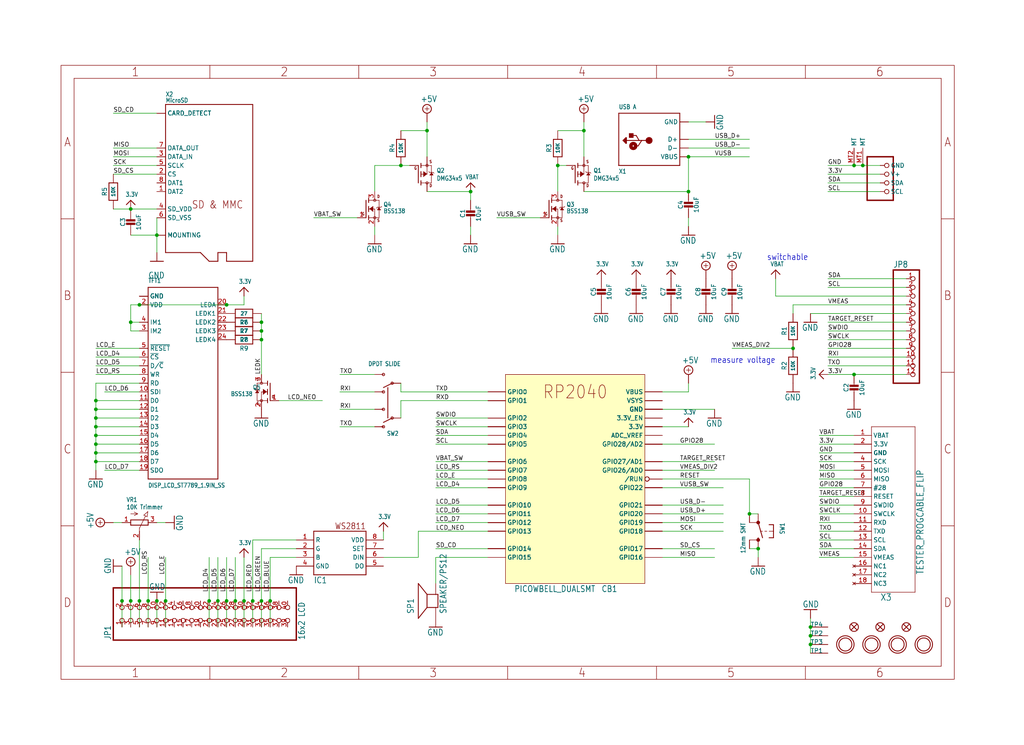
<source format=kicad_sch>
(kicad_sch (version 20231120) (generator "eeschema") (generator_version "8.0")
  (paper "User" 298.45 217.322)
  (junction (at 248.92 48.26))
  (junction (at 60.96 175.26))
  (junction (at 66.04 88.9))
  (junction (at 76.2 175.26))
  (junction (at 76.2 99.06))
  (junction (at 40.64 175.26))
  (junction (at 45.72 68.58))
  (junction (at 27.94 121.92))
  (junction (at 43.18 175.26))
  (junction (at 218.44 149.86))
  (junction (at 68.58 175.26))
  (junction (at 38.1 60.96))
  (junction (at 236.22 182.88))
  (junction (at 27.94 124.46))
  (junction (at 200.66 55.88))
  (junction (at 45.72 175.26))
  (junction (at 27.94 129.54))
  (junction (at 170.18 38.1))
  (junction (at 124.46 38.1))
  (junction (at 231.14 101.6))
  (junction (at 27.94 119.38))
  (junction (at 78.74 175.26))
  (junction (at 236.22 185.42))
  (junction (at 38.1 93.98))
  (junction (at 137.16 55.88))
  (junction (at 236.22 187.96))
  (junction (at 27.94 127))
  (junction (at 71.12 175.26))
  (junction (at 66.04 175.26))
  (junction (at 162.56 48.26))
  (junction (at 27.94 116.84))
  (junction (at 48.26 175.26))
  (junction (at 27.94 132.08))
  (junction (at 76.2 96.52))
  (junction (at 63.5 175.26))
  (junction (at 73.66 175.26))
  (junction (at 251.46 48.26))
  (junction (at 38.1 175.26))
  (junction (at 76.2 93.98))
  (junction (at 220.98 160.02))
  (junction (at 27.94 134.62))
  (junction (at 35.56 175.26))
  (junction (at 248.92 109.22))
  (junction (at 116.84 48.26))
  (junction (at 200.66 45.72))
  (junction (at 40.64 88.9))
  (wire (pts (xy 238.76 162.56) (xy 248.92 162.56)) (stroke (width 0.1524)))
  (wire (pts (xy 43.18 162.56) (xy 43.18 175.26)) (stroke (width 0.1524)))
  (wire (pts (xy 99.06 109.22) (xy 109.22 109.22)) (stroke (width 0.1524)))
  (wire (pts (xy 264.16 86.36) (xy 226.06 86.36)) (stroke (width 0.1524)))
  (wire (pts (xy 66.04 162.56) (xy 66.04 175.26)) (stroke (width 0.1524)))
  (wire (pts (xy 127 124.46) (xy 142.24 124.46)) (stroke (width 0.1524)))
  (wire (pts (xy 193.04 149.86) (xy 210.82 149.86)) (stroke (width 0.1524)))
  (wire (pts (xy 142.24 114.3) (xy 116.84 114.3)) (stroke (width 0.1524)))
  (wire (pts (xy 116.84 114.3) (xy 116.84 111.76)) (stroke (width 0.1524)))
  (wire (pts (xy 200.66 40.64) (xy 218.44 40.64)) (stroke (width 0.1524)))
  (wire (pts (xy 121.92 162.56) (xy 111.76 162.56)) (stroke (width 0.1524)))
  (wire (pts (xy 99.06 119.38) (xy 109.22 119.38)) (stroke (width 0.1524)))
  (wire (pts (xy 193.04 147.32) (xy 210.82 147.32)) (stroke (width 0.1524)))
  (wire (pts (xy 40.64 93.98) (xy 38.1 93.98)) (stroke (width 0.1524)))
  (wire (pts (xy 45.72 60.96) (xy 38.1 60.96)) (stroke (width 0.1524)))
  (wire (pts (xy 40.64 175.26) (xy 40.64 157.48)) (stroke (width 0.1524)))
  (wire (pts (xy 66.04 175.26) (xy 66.04 182.88)) (stroke (width 0.1524)))
  (wire (pts (xy 248.92 160.02) (xy 238.76 160.02)) (stroke (width 0.1524)))
  (wire (pts (xy 76.2 175.26) (xy 76.2 182.88)) (stroke (width 0.1524)))
  (wire (pts (xy 60.96 162.56) (xy 60.96 175.26)) (stroke (width 0.1524)))
  (wire (pts (xy 60.96 175.26) (xy 60.96 182.88)) (stroke (width 0.1524)))
  (wire (pts (xy 264.16 101.6) (xy 241.3 101.6)) (stroke (width 0.1524)))
  (wire (pts (xy 40.64 127) (xy 27.94 127)) (stroke (width 0.1524)))
  (wire (pts (xy 116.84 116.84) (xy 116.84 121.92)) (stroke (width 0.1524)))
  (wire (pts (xy 142.24 162.56) (xy 127 162.56)) (stroke (width 0.1524)))
  (wire (pts (xy 142.24 152.4) (xy 127 152.4)) (stroke (width 0.1524)))
  (wire (pts (xy 193.04 114.3) (xy 200.66 114.3)) (stroke (width 0.1524)))
  (wire (pts (xy 231.14 101.6) (xy 213.36 101.6)) (stroke (width 0.1524)))
  (wire (pts (xy 142.24 147.32) (xy 127 147.32)) (stroke (width 0.1524)))
  (wire (pts (xy 241.3 55.88) (xy 256.54 55.88)) (stroke (width 0.1524)))
  (wire (pts (xy 236.22 91.44) (xy 264.16 91.44)) (stroke (width 0.1524)))
  (wire (pts (xy 170.18 55.88) (xy 200.66 55.88)) (stroke (width 0.1524)))
  (wire (pts (xy 27.94 129.54) (xy 40.64 129.54)) (stroke (width 0.1524)))
  (wire (pts (xy 27.94 134.62) (xy 27.94 137.16)) (stroke (width 0.1524)))
  (wire (pts (xy 40.64 114.3) (xy 30.48 114.3)) (stroke (width 0.1524)))
  (wire (pts (xy 200.66 35.56) (xy 205.74 35.56)) (stroke (width 0.1524)))
  (wire (pts (xy 38.1 182.88) (xy 38.1 175.26)) (stroke (width 0.1524)))
  (wire (pts (xy 40.64 134.62) (xy 27.94 134.62)) (stroke (width 0.1524)))
  (wire (pts (xy 248.92 157.48) (xy 238.76 157.48)) (stroke (width 0.1524)))
  (wire (pts (xy 248.92 48.26) (xy 241.3 48.26)) (stroke (width 0.1524)))
  (wire (pts (xy 127 129.54) (xy 142.24 129.54)) (stroke (width 0.1524)))
  (wire (pts (xy 193.04 160.02) (xy 208.28 160.02)) (stroke (width 0.1524)))
  (wire (pts (xy 248.92 127) (xy 238.76 127)) (stroke (width 0.1524)))
  (wire (pts (xy 220.98 160.02) (xy 220.98 162.56)) (stroke (width 0.1524)))
  (wire (pts (xy 193.04 154.94) (xy 210.82 154.94)) (stroke (width 0.1524)))
  (wire (pts (xy 86.36 160.02) (xy 76.2 160.02)) (stroke (width 0.1524)))
  (wire (pts (xy 63.5 182.88) (xy 63.5 175.26)) (stroke (width 0.1524)))
  (wire (pts (xy 226.06 86.36) (xy 226.06 81.28)) (stroke (width 0.1524)))
  (wire (pts (xy 38.1 96.52) (xy 38.1 93.98)) (stroke (width 0.1524)))
  (wire (pts (xy 116.84 48.26) (xy 119.38 48.26)) (stroke (width 0.1524)))
  (wire (pts (xy 241.3 109.22) (xy 248.92 109.22)) (stroke (width 0.1524)))
  (wire (pts (xy 236.22 190.5) (xy 236.22 187.96)) (stroke (width 0.1524)))
  (wire (pts (xy 71.12 182.88) (xy 71.12 175.26)) (stroke (width 0.1524)))
  (wire (pts (xy 40.64 106.68) (xy 27.94 106.68)) (stroke (width 0.1524)))
  (wire (pts (xy 142.24 142.24) (xy 127 142.24)) (stroke (width 0.1524)))
  (wire (pts (xy 142.24 121.92) (xy 127 121.92)) (stroke (width 0.1524)))
  (wire (pts (xy 121.92 154.94) (xy 121.92 162.56)) (stroke (width 0.1524)))
  (wire (pts (xy 45.72 68.58) (xy 38.1 68.58)) (stroke (width 0.1524)))
  (wire (pts (xy 124.46 38.1) (xy 124.46 45.72)) (stroke (width 0.1524)))
  (wire (pts (xy 104.14 63.5) (xy 91.44 63.5)) (stroke (width 0.1524)))
  (wire (pts (xy 193.04 129.54) (xy 208.28 129.54)) (stroke (width 0.1524)))
  (wire (pts (xy 218.44 139.7) (xy 218.44 149.86)) (stroke (width 0.1524)))
  (wire (pts (xy 27.94 104.14) (xy 40.64 104.14)) (stroke (width 0.1524)))
  (wire (pts (xy 200.66 66.04) (xy 200.66 63.5)) (stroke (width 0.1524)))
  (wire (pts (xy 210.82 152.4) (xy 193.04 152.4)) (stroke (width 0.1524)))
  (wire (pts (xy 38.1 88.9) (xy 40.64 88.9)) (stroke (width 0.1524)))
  (wire (pts (xy 170.18 35.56) (xy 170.18 38.1)) (stroke (width 0.1524)))
  (wire (pts (xy 40.64 88.9) (xy 66.04 88.9)) (stroke (width 0.1524)))
  (wire (pts (xy 73.66 175.26) (xy 73.66 182.88)) (stroke (width 0.1524)))
  (wire (pts (xy 116.84 116.84) (xy 142.24 116.84)) (stroke (width 0.1524)))
  (wire (pts (xy 68.58 182.88) (xy 68.58 175.26)) (stroke (width 0.1524)))
  (wire (pts (xy 27.94 124.46) (xy 40.64 124.46)) (stroke (width 0.1524)))
  (wire (pts (xy 81.28 116.84) (xy 93.98 116.84)) (stroke (width 0.1524)))
  (wire (pts (xy 35.56 175.26) (xy 35.56 182.88)) (stroke (width 0.1524)))
  (wire (pts (xy 236.22 182.88) (xy 236.22 185.42)) (stroke (width 0.1524)))
  (wire (pts (xy 264.16 88.9) (xy 231.14 88.9)) (stroke (width 0.1524)))
  (wire (pts (xy 142.24 139.7) (xy 127 139.7)) (stroke (width 0.1524)))
  (wire (pts (xy 241.3 96.52) (xy 264.16 96.52)) (stroke (width 0.1524)))
  (wire (pts (xy 200.66 124.46) (xy 193.04 124.46)) (stroke (width 0.1524)))
  (wire (pts (xy 27.94 119.38) (xy 40.64 119.38)) (stroke (width 0.1524)))
  (wire (pts (xy 27.94 127) (xy 27.94 124.46)) (stroke (width 0.1524)))
  (wire (pts (xy 241.3 99.06) (xy 264.16 99.06)) (stroke (width 0.1524)))
  (wire (pts (xy 193.04 142.24) (xy 210.82 142.24)) (stroke (width 0.1524)))
  (wire (pts (xy 238.76 154.94) (xy 248.92 154.94)) (stroke (width 0.1524)))
  (wire (pts (xy 71.12 86.36) (xy 71.12 88.9)) (stroke (width 0.1524)))
  (wire (pts (xy 200.66 45.72) (xy 218.44 45.72)) (stroke (width 0.1524)))
  (wire (pts (xy 27.94 124.46) (xy 27.94 121.92)) (stroke (width 0.1524)))
  (wire (pts (xy 162.56 68.58) (xy 162.56 66.04)) (stroke (width 0.1524)))
  (wire (pts (xy 200.66 43.18) (xy 218.44 43.18)) (stroke (width 0.1524)))
  (wire (pts (xy 27.94 132.08) (xy 27.94 134.62)) (stroke (width 0.1524)))
  (wire (pts (xy 111.76 154.94) (xy 111.76 157.48)) (stroke (width 0.1524)))
  (wire (pts (xy 76.2 91.44) (xy 76.2 93.98)) (stroke (width 0.1524)))
  (wire (pts (xy 45.72 175.26) (xy 45.72 182.88)) (stroke (width 0.1524)))
  (wire (pts (xy 45.72 68.58) (xy 45.72 73.66)) (stroke (width 0.1524)))
  (wire (pts (xy 241.3 104.14) (xy 264.16 104.14)) (stroke (width 0.1524)))
  (wire (pts (xy 40.64 132.08) (xy 27.94 132.08)) (stroke (width 0.1524)))
  (wire (pts (xy 264.16 93.98) (xy 241.3 93.98)) (stroke (width 0.1524)))
  (wire (pts (xy 38.1 88.9) (xy 38.1 93.98)) (stroke (width 0.1524)))
  (wire (pts (xy 142.24 160.02) (xy 127 160.02)) (stroke (width 0.1524)))
  (wire (pts (xy 248.92 132.08) (xy 238.76 132.08)) (stroke (width 0.1524)))
  (wire (pts (xy 40.64 121.92) (xy 27.94 121.92)) (stroke (width 0.1524)))
  (wire (pts (xy 241.3 106.68) (xy 264.16 106.68)) (stroke (width 0.1524)))
  (wire (pts (xy 40.64 137.16) (xy 30.48 137.16)) (stroke (width 0.1524)))
  (wire (pts (xy 241.3 50.8) (xy 256.54 50.8)) (stroke (width 0.1524)))
  (wire (pts (xy 63.5 175.26) (xy 63.5 162.56)) (stroke (width 0.1524)))
  (wire (pts (xy 27.94 129.54) (xy 27.94 127)) (stroke (width 0.1524)))
  (wire (pts (xy 109.22 68.58) (xy 109.22 66.04)) (stroke (width 0.1524)))
  (wire (pts (xy 142.24 134.62) (xy 127 134.62)) (stroke (width 0.1524)))
  (wire (pts (xy 45.72 152.4) (xy 48.26 152.4)) (stroke (width 0.1524)))
  (wire (pts (xy 127 137.16) (xy 142.24 137.16)) (stroke (width 0.1524)))
  (wire (pts (xy 238.76 139.7) (xy 248.92 139.7)) (stroke (width 0.1524)))
  (wire (pts (xy 43.18 182.88) (xy 43.18 175.26)) (stroke (width 0.1524)))
  (wire (pts (xy 124.46 35.56) (xy 124.46 38.1)) (stroke (width 0.1524)))
  (wire (pts (xy 236.22 180.34) (xy 236.22 182.88)) (stroke (width 0.1524)))
  (wire (pts (xy 27.94 111.76) (xy 40.64 111.76)) (stroke (width 0.1524)))
  (wire (pts (xy 238.76 134.62) (xy 248.92 134.62)) (stroke (width 0.1524)))
  (wire (pts (xy 40.64 116.84) (xy 27.94 116.84)) (stroke (width 0.1524)))
  (wire (pts (xy 27.94 132.08) (xy 27.94 129.54)) (stroke (width 0.1524)))
  (wire (pts (xy 238.76 149.86) (xy 248.92 149.86)) (stroke (width 0.1524)))
  (wire (pts (xy 162.56 55.88) (xy 162.56 48.26)) (stroke (width 0.1524)))
  (wire (pts (xy 157.48 63.5) (xy 144.78 63.5)) (stroke (width 0.1524)))
  (wire (pts (xy 248.92 142.24) (xy 238.76 142.24)) (stroke (width 0.1524)))
  (wire (pts (xy 48.26 175.26) (xy 48.26 162.56)) (stroke (width 0.1524)))
  (wire (pts (xy 236.22 185.42) (xy 236.22 187.96)) (stroke (width 0.1524)))
  (wire (pts (xy 208.28 119.38) (xy 193.04 119.38)) (stroke (width 0.1524)))
  (wire (pts (xy 248.92 152.4) (xy 238.76 152.4)) (stroke (width 0.1524)))
  (wire (pts (xy 109.22 124.46) (xy 99.06 124.46)) (stroke (width 0.1524)))
  (wire (pts (xy 76.2 93.98) (xy 76.2 96.52)) (stroke (width 0.1524)))
  (wire (pts (xy 127 162.56) (xy 127 170.18)) (stroke (width 0.1524)))
  (wire (pts (xy 137.16 68.58) (xy 137.16 66.04)) (stroke (width 0.1524)))
  (wire (pts (xy 71.12 88.9) (xy 66.04 88.9)) (stroke (width 0.1524)))
  (wire (pts (xy 45.72 33.02) (xy 33.02 33.02)) (stroke (width 0.1524)))
  (wire (pts (xy 248.92 109.22) (xy 264.16 109.22)) (stroke (width 0.1524)))
  (wire (pts (xy 48.26 182.88) (xy 48.26 175.26)) (stroke (width 0.1524)))
  (wire (pts (xy 45.72 43.18) (xy 33.02 43.18)) (stroke (width 0.1524)))
  (wire (pts (xy 109.22 55.88) (xy 109.22 48.26)) (stroke (width 0.1524)))
  (wire (pts (xy 193.04 137.16) (xy 208.28 137.16)) (stroke (width 0.1524)))
  (wire (pts (xy 27.94 116.84) (xy 27.94 111.76)) (stroke (width 0.1524)))
  (wire (pts (xy 124.46 38.1) (xy 116.84 38.1)) (stroke (width 0.1524)))
  (wire (pts (xy 40.64 175.26) (xy 40.64 182.88)) (stroke (width 0.1524)))
  (wire (pts (xy 162.56 48.26) (xy 165.1 48.26)) (stroke (width 0.1524)))
  (wire (pts (xy 35.56 165.1) (xy 35.56 175.26)) (stroke (width 0.1524)))
  (wire (pts (xy 193.04 134.62) (xy 208.28 134.62)) (stroke (width 0.1524)))
  (wire (pts (xy 38.1 60.96) (xy 33.02 60.96)) (stroke (width 0.1524)))
  (wire (pts (xy 40.64 96.52) (xy 38.1 96.52)) (stroke (width 0.1524)))
  (wire (pts (xy 193.04 139.7) (xy 218.44 139.7)) (stroke (width 0.1524)))
  (wire (pts (xy 142.24 127) (xy 127 127)) (stroke (width 0.1524)))
  (wire (pts (xy 220.98 160.02) (xy 218.44 160.02)) (stroke (width 0.1524)))
  (wire (pts (xy 33.02 45.72) (xy 45.72 45.72)) (stroke (width 0.1524)))
  (wire (pts (xy 137.16 58.42) (xy 137.16 55.88)) (stroke (width 0.1524)))
  (wire (pts (xy 200.66 114.3) (xy 200.66 111.76)) (stroke (width 0.1524)))
  (wire (pts (xy 200.66 55.88) (xy 200.66 45.72)) (stroke (width 0.1524)))
  (wire (pts (xy 231.14 91.44) (xy 231.14 88.9)) (stroke (width 0.1524)))
  (wire (pts (xy 45.72 63.5) (xy 45.72 68.58)) (stroke (width 0.1524)))
  (wire (pts (xy 35.56 152.4) (xy 33.02 152.4)) (stroke (width 0.1524)))
  (wire (pts (xy 109.22 114.3) (xy 99.06 114.3)) (stroke (width 0.1524)))
  (wire (pts (xy 248.92 147.32) (xy 238.76 147.32)) (stroke (width 0.1524)))
  (wire (pts (xy 76.2 96.52) (xy 76.2 99.06)) (stroke (width 0.1524)))
  (wire (pts (xy 27.94 121.92) (xy 27.94 119.38)) (stroke (width 0.1524)))
  (wire (pts (xy 40.64 109.22) (xy 27.94 109.22)) (stroke (width 0.1524)))
  (wire (pts (xy 27.94 119.38) (xy 27.94 116.84)) (stroke (width 0.1524)))
  (wire (pts (xy 33.02 48.26) (xy 45.72 48.26)) (stroke (width 0.1524)))
  (wire (pts (xy 45.72 50.8) (xy 33.02 50.8)) (stroke (width 0.1524)))
  (wire (pts (xy 40.64 101.6) (xy 27.94 101.6)) (stroke (width 0.1524)))
  (wire (pts (xy 78.74 182.88) (xy 78.74 175.26)) (stroke (width 0.1524)))
  (wire (pts (xy 241.3 81.28) (xy 264.16 81.28)) (stroke (width 0.1524)))
  (wire (pts (xy 86.36 162.56) (xy 78.74 162.56)) (stroke (width 0.1524)))
  (wire (pts (xy 86.36 157.48) (xy 73.66 157.48)) (stroke (width 0.1524)))
  (wire (pts (xy 78.74 175.26) (xy 78.74 162.56)) (stroke (width 0.1524)))
  (wire (pts (xy 71.12 175.26) (xy 71.12 162.56)) (stroke (width 0.1524)))
  (wire (pts (xy 76.2 160.02) (xy 76.2 175.26)) (stroke (width 0.1524)))
  (wire (pts (xy 73.66 175.26) (xy 73.66 157.48)) (stroke (width 0.1524)))
  (wire (pts (xy 220.98 149.86) (xy 218.44 149.86)) (stroke (width 0.1524)))
  (wire (pts (xy 109.22 48.26) (xy 116.84 48.26)) (stroke (width 0.1524)))
  (wire (pts (xy 238.76 144.78) (xy 248.92 144.78)) (stroke (width 0.1524)))
  (wire (pts (xy 170.18 38.1) (xy 162.56 38.1)) (stroke (width 0.1524)))
  (wire (pts (xy 248.92 137.16) (xy 238.76 137.16)) (stroke (width 0.1524)))
  (wire (pts (xy 170.18 38.1) (xy 170.18 45.72)) (stroke (width 0.1524)))
  (wire (pts (xy 251.46 48.26) (xy 248.92 48.26)) (stroke (width 0.1524)))
  (wire (pts (xy 238.76 129.54) (xy 248.92 129.54)) (stroke (width 0.1524)))
  (wire (pts (xy 121.92 154.94) (xy 142.24 154.94)) (stroke (width 0.1524)))
  (wire (pts (xy 256.54 53.34) (xy 241.3 53.34)) (stroke (width 0.1524)))
  (wire (pts (xy 193.04 162.56) (xy 208.28 162.56)) (stroke (width 0.1524)))
  (wire (pts (xy 38.1 167.64) (xy 38.1 175.26)) (stroke (width 0.1524)))
  (wire (pts (xy 241.3 83.82) (xy 264.16 83.82)) (stroke (width 0.1524)))
  (wire (pts (xy 68.58 175.26) (xy 68.58 162.56)) (stroke (width 0.1524)))
  (wire (pts (xy 137.16 55.88) (xy 124.46 55.88)) (stroke (width 0.1524)))
  (wire (pts (xy 256.54 48.26) (xy 251.46 48.26)) (stroke (width 0.1524)))
  (wire (pts (xy 127 149.86) (xy 142.24 149.86)) (stroke (width 0.1524)))
  (wire (pts (xy 76.2 99.06) (xy 76.2 109.22)) (stroke (width 0.1524)))
  (text "measure voltage" (at 226.06 104.14 0) (effects (font (size 1.778 1.5113)) (justify right top)))
  (text "switchable" (at 223.52 76.2 0) (effects (font (size 1.778 1.5113)) (justify left bottom)))
  (label "LCD_D6" (at 127 149.86 0) (effects (font (size 1.2446 1.2446))))
  (label "VUSB" (at 208.28 45.72 0) (effects (font (size 1.2446 1.2446))))
  (label "LCD_RS" (at 27.94 109.22 0) (effects (font (size 1.2446 1.2446))))
  (label "SWDIO" (at 127 121.92 0) (effects (font (size 1.2446 1.2446))))
  (label "TARGET_RESET" (at 238.76 144.78 0) (effects (font (size 1.2446 1.2446))))
  (label "RXD" (at 127 116.84 0) (effects (font (size 1.2446 1.2446))))
  (label "TARGET_RESET" (at 198.12 134.62 0) (effects (font (size 1.2446 1.2446))))
  (label "RXI" (at 238.76 152.4 0) (effects (font (size 1.2446 1.2446))))
  (label "GPIO28" (at 198.12 129.54 0) (effects (font (size 1.2446 1.2446))))
  (label "LCD_RS" (at 43.18 167.64 90) (effects (font (size 1.2446 1.2446))))
  (label "SD_CD" (at 33.02 33.02 0) (effects (font (size 1.2446 1.2446))))
  (label "VMEAS_DIV2" (at 198.12 137.16 0) (effects (font (size 1.2446 1.2446))))
  (label "VUSB_SW" (at 144.78 63.5 0) (effects (font (size 1.2446 1.2446))))
  (label "LCD_D4" (at 27.94 104.14 0) (effects (font (size 1.2446 1.2446))))
  (label "SD_CD" (at 127 160.02 0) (effects (font (size 1.2446 1.2446))))
  (label "LCD_D6" (at 30.48 114.3 0) (effects (font (size 1.2446 1.2446))))
  (label "3.3V" (at 241.3 109.22 0) (effects (font (size 1.2446 1.2446))))
  (label "GPIO28" (at 241.3 101.6 0) (effects (font (size 1.2446 1.2446))))
  (label "VBAT_SW" (at 127 134.62 0) (effects (font (size 1.2446 1.2446))))
  (label "LCD_D4" (at 127 142.24 0) (effects (font (size 1.2446 1.2446))))
  (label "USB_D-" (at 208.28 43.18 0) (effects (font (size 1.2446 1.2446))))
  (label "LCD_D7" (at 68.58 172.72 90) (effects (font (size 1.2446 1.2446))))
  (label "TXO" (at 99.06 109.22 0) (effects (font (size 1.2446 1.2446))))
  (label "GPIO28" (at 238.76 142.24 0) (effects (font (size 1.2446 1.2446))))
  (label "LCD_RS" (at 127 137.16 0) (effects (font (size 1.2446 1.2446))))
  (label "SCL" (at 238.76 157.48 0) (effects (font (size 1.2446 1.2446))))
  (label "LCD_E" (at 127 139.7 0) (effects (font (size 1.2446 1.2446))))
  (label "LCD_D5" (at 27.94 106.68 0) (effects (font (size 1.2446 1.2446))))
  (label "USB_D-" (at 198.12 147.32 0) (effects (font (size 1.2446 1.2446))))
  (label "SCL" (at 127 129.54 0) (effects (font (size 1.2446 1.2446))))
  (label "SD_CS" (at 198.12 160.02 0) (effects (font (size 1.2446 1.2446))))
  (label "SWDIO" (at 238.76 147.32 0) (effects (font (size 1.2446 1.2446))))
  (label "LCD_D5" (at 127 147.32 0) (effects (font (size 1.2446 1.2446))))
  (label "LEDK" (at 76.2 109.22 90) (effects (font (size 1.2446 1.2446))))
  (label "SCK" (at 238.76 134.62 0) (effects (font (size 1.2446 1.2446))))
  (label "MOSI" (at 33.02 45.72 0) (effects (font (size 1.2446 1.2446))))
  (label "USB_D+" (at 198.12 149.86 0) (effects (font (size 1.2446 1.2446))))
  (label "RXI" (at 99.06 114.3 0) (effects (font (size 1.2446 1.2446))))
  (label "MOSI" (at 198.12 152.4 0) (effects (font (size 1.2446 1.2446))))
  (label "SCK" (at 198.12 154.94 0) (effects (font (size 1.2446 1.2446))))
  (label "LCD_NEO" (at 83.82 116.84 0) (effects (font (size 1.2446 1.2446))))
  (label "LCD_D4" (at 60.96 172.72 90) (effects (font (size 1.2446 1.2446))))
  (label "LCD_D7" (at 127 152.4 0) (effects (font (size 1.2446 1.2446))))
  (label "TXO" (at 99.06 124.46 0) (effects (font (size 1.2446 1.2446))))
  (label "MISO" (at 198.12 162.56 0) (effects (font (size 1.2446 1.2446))))
  (label "SCK" (at 33.02 48.26 0) (effects (font (size 1.2446 1.2446))))
  (label "VMEAS_DIV2" (at 213.36 101.6 0) (effects (font (size 1.2446 1.2446))))
  (label "SWCLK" (at 127 124.46 0) (effects (font (size 1.2446 1.2446))))
  (label "GND" (at 238.76 132.08 0) (effects (font (size 1.2446 1.2446))))
  (label "SCL" (at 241.3 55.88 0) (effects (font (size 1.2446 1.2446))))
  (label "LCD_BLUE" (at 78.74 172.72 90) (effects (font (size 1.2446 1.2446))))
  (label "SWCLK" (at 241.3 99.06 0) (effects (font (size 1.2446 1.2446))))
  (label "MOSI" (at 238.76 137.16 0) (effects (font (size 1.2446 1.2446))))
  (label "RXI" (at 99.06 119.38 0) (effects (font (size 1.2446 1.2446))))
  (label "SDA" (at 241.3 81.28 0) (effects (font (size 1.2446 1.2446))))
  (label "LCD_D5" (at 63.5 172.72 90) (effects (font (size 1.2446 1.2446))))
  (label "SDA" (at 127 127 0) (effects (font (size 1.2446 1.2446))))
  (label "LCD_GREEN" (at 76.2 172.72 90) (effects (font (size 1.2446 1.2446))))
  (label "SCL" (at 241.3 83.82 0) (effects (font (size 1.2446 1.2446))))
  (label "VMEAS" (at 238.76 162.56 0) (effects (font (size 1.2446 1.2446))))
  (label "SWCLK" (at 238.76 149.86 0) (effects (font (size 1.2446 1.2446))))
  (label "LCD_D6" (at 66.04 172.72 90) (effects (font (size 1.2446 1.2446))))
  (label "VUSB_SW" (at 198.12 142.24 0) (effects (font (size 1.2446 1.2446))))
  (label "SWDIO" (at 241.3 96.52 0) (effects (font (size 1.2446 1.2446))))
  (label "LCD_RED" (at 73.66 172.72 90) (effects (font (size 1.2446 1.2446))))
  (label "VBAT_SW" (at 91.44 63.5 0) (effects (font (size 1.2446 1.2446))))
  (label "VMEAS" (at 241.3 88.9 0) (effects (font (size 1.2446 1.2446))))
  (label "LCD_E" (at 27.94 101.6 0) (effects (font (size 1.2446 1.2446))))
  (label "3.3V" (at 238.76 129.54 0) (effects (font (size 1.2446 1.2446))))
  (label "VBAT" (at 238.76 127 0) (effects (font (size 1.2446 1.2446))))
  (label "TARGET_RESET" (at 241.3 93.98 0) (effects (font (size 1.2446 1.2446))))
  (label "3.3V" (at 241.3 50.8 0) (effects (font (size 1.2446 1.2446))))
  (label "MISO" (at 238.76 139.7 0) (effects (font (size 1.2446 1.2446))))
  (label "LCD_NEO" (at 127 154.94 0) (effects (font (size 1.2446 1.2446))))
  (label "RXI" (at 241.3 104.14 0) (effects (font (size 1.2446 1.2446))))
  (label "SDA" (at 241.3 53.34 0) (effects (font (size 1.2446 1.2446))))
  (label "SD_CS" (at 33.02 50.8 0) (effects (font (size 1.2446 1.2446))))
  (label "TXO" (at 241.3 106.68 0) (effects (font (size 1.2446 1.2446))))
  (label "TXD" (at 127 114.3 0) (effects (font (size 1.2446 1.2446))))
  (label "RESET" (at 198.12 139.7 0) (effects (font (size 1.2446 1.2446))))
  (label "TXO" (at 238.76 154.94 0) (effects (font (size 1.2446 1.2446))))
  (label "LCD_E" (at 48.26 167.64 90) (effects (font (size 1.2446 1.2446))))
  (label "USB_D+" (at 208.28 40.64 0) (effects (font (size 1.2446 1.2446))))
  (label "MISO" (at 33.02 43.18 0) (effects (font (size 1.2446 1.2446))))
  (label "LCD_D7" (at 30.48 137.16 0) (effects (font (size 1.2446 1.2446))))
  (label "GND" (at 241.3 48.26 0) (effects (font (size 1.2446 1.2446))))
  (label "SDA" (at 238.76 160.02 0) (effects (font (size 1.2446 1.2446))))
  (symbol (lib_id "Adafruit RP2040 Tester Brains rev A-eagle-import:GND") (at 220.98 165.1 0) (unit 1)
    (property "Reference" "#GND04" (effects (hide yes)))
    (property "Value" "GND" (at 218.44 167.64 0) (effects (font (size 1.778 1.5113)) (justify left bottom)))
  )
  (symbol (lib_id "Adafruit RP2040 Tester Brains rev A-eagle-import:+5V") (at 170.18 33.02 0) (unit 1)
    (property "Reference" "#SUPPLY06" (effects (hide yes)))
    (property "Value" "+5V" (at 168.275 29.845 0) (effects (font (size 1.778 1.5113)) (justify left bottom)))
  )
  (symbol (lib_id "Adafruit RP2040 Tester Brains rev A-eagle-import:USB_TYPEA_SMT") (at 190.5 40.64 0) (mirror x) (unit 1)
    (property "Reference" "X1" (at 180.34 49.276 0) (effects (font (size 1.27 1.0795)) (justify left bottom)))
    (property "Value" "USB A" (at 180.34 30.48 0) (effects (font (size 1.27 1.0795)) (justify left bottom)))
    (property "Footprint" "Adafruit RP2040 Tester Brains rev A:USB_HOST-SMT" (effects (hide yes)))
  )
  (symbol (lib_id "Adafruit RP2040 Tester Brains rev A-eagle-import:MOSFET-NWIDE") (at 78.74 114.3 0) (mirror y) (unit 1)
    (property "Reference" "Q5" (at 73.66 113.665 0) (effects (font (size 1.27 1.0795)) (justify right bottom)))
    (property "Value" "BSS138" (at 73.66 115.57 0) (effects (font (size 1.27 1.0795)) (justify left bottom)))
    (property "Footprint" "Adafruit RP2040 Tester Brains rev A:SOT23-WIDE" (effects (hide yes)))
  )
  (symbol (lib_id "Adafruit RP2040 Tester Brains rev A-eagle-import:GND") (at 248.92 119.38 0) (unit 1)
    (property "Reference" "#GND014" (effects (hide yes)))
    (property "Value" "GND" (at 246.38 121.92 0) (effects (font (size 1.778 1.5113)) (justify left bottom)))
  )
  (symbol (lib_id "Adafruit RP2040 Tester Brains rev A-eagle-import:GND") (at 50.8 152.4 90) (unit 1)
    (property "Reference" "#GND06" (effects (hide yes)))
    (property "Value" "GND" (at 53.34 154.94 0) (effects (font (size 1.778 1.5113)) (justify left bottom)))
  )
  (symbol (lib_id "Adafruit RP2040 Tester Brains rev A-eagle-import:CAP_CERAMIC0805-NOOUTLINE") (at 175.26 86.36 0) (unit 1)
    (property "Reference" "C5" (at 172.97 85.11 90))
    (property "Value" "10uF" (at 177.56 85.11 90))
    (property "Footprint" "Adafruit RP2040 Tester Brains rev A:0805-NO" (effects (hide yes)))
  )
  (symbol (lib_id "Adafruit RP2040 Tester Brains rev A-eagle-import:GND") (at 213.36 91.44 0) (unit 1)
    (property "Reference" "#GND023" (effects (hide yes)))
    (property "Value" "GND" (at 210.82 93.98 0) (effects (font (size 1.778 1.5113)) (justify left bottom)))
  )
  (symbol (lib_id "Adafruit RP2040 Tester Brains rev A-eagle-import:GND") (at 236.22 93.98 0) (unit 1)
    (property "Reference" "#GND013" (effects (hide yes)))
    (property "Value" "GND" (at 233.68 96.52 0) (effects (font (size 1.778 1.5113)) (justify left bottom)))
  )
  (symbol (lib_id "Adafruit RP2040 Tester Brains rev A-eagle-import:3.3V") (at 111.76 152.4 0) (unit 1)
    (property "Reference" "#U$011" (effects (hide yes)))
    (property "Value" "3.3V" (at 110.236 151.384 0) (effects (font (size 1.27 1.0795)) (justify left bottom)))
  )
  (symbol (lib_id "Adafruit RP2040 Tester Brains rev A-eagle-import:MOSFET-NWIDE") (at 160.02 60.96 0) (unit 1)
    (property "Reference" "Q3" (at 165.1 60.325 0) (effects (font (size 1.27 1.0795)) (justify left bottom)))
    (property "Value" "BSS138" (at 165.1 62.23 0) (effects (font (size 1.27 1.0795)) (justify left bottom)))
    (property "Footprint" "Adafruit RP2040 Tester Brains rev A:SOT23-WIDE" (effects (hide yes)))
  )
  (symbol (lib_id "Adafruit RP2040 Tester Brains rev A-eagle-import:SWITCH_DPDTEG1390") (at 111.76 116.84 180) (unit 1)
    (property "Reference" "SW2" (at 116.205 125.73 0) (effects (font (size 1.27 1.0795)) (justify left bottom)))
    (property "Value" "DPDT SLIDE" (at 116.84 105.41 0) (effects (font (size 1.27 1.0795)) (justify left bottom)))
    (property "Footprint" "Adafruit RP2040 Tester Brains rev A:EG1390" (effects (hide yes)))
    (property "LCSC" "C318999" (effects (hide yes)))
  )
  (symbol (lib_id "Adafruit RP2040 Tester Brains rev A-eagle-import:MOSFET-PWIDE") (at 124.46 50.8 0) (unit 1)
    (property "Reference" "Q2" (at 127.254 50.419 0) (effects (font (size 1.27 1.0795)) (justify left bottom)))
    (property "Value" "DMG34x5" (at 127.254 52.705 0) (effects (font (size 1.27 1.0795)) (justify left bottom)))
    (property "Footprint" "Adafruit RP2040 Tester Brains rev A:SOT23-WIDE" (effects (hide yes)))
  )
  (symbol (lib_id "Adafruit RP2040 Tester Brains rev A-eagle-import:+5V") (at 200.66 109.22 0) (unit 1)
    (property "Reference" "#SUPPLY03" (effects (hide yes)))
    (property "Value" "+5V" (at 198.755 106.045 0) (effects (font (size 1.778 1.5113)) (justify left bottom)))
  )
  (symbol (lib_id "Adafruit RP2040 Tester Brains rev A-eagle-import:RESISTOR_0603_NOOUT") (at 71.12 91.44 180) (unit 1)
    (property "Reference" "R6" (at 71.12 93.98 0))
    (property "Value" "27" (at 71.12 91.44 0) (effects (font (size 1.016 1.016) (bold yes))))
    (property "Footprint" "Adafruit RP2040 Tester Brains rev A:0603-NO" (effects (hide yes)))
    (property "LCSC" "C25190" (effects (hide yes)))
  )
  (symbol (lib_id "Adafruit RP2040 Tester Brains rev A-eagle-import:GND") (at 231.14 114.3 0) (unit 1)
    (property "Reference" "#GND09" (effects (hide yes)))
    (property "Value" "GND" (at 228.6 116.84 0) (effects (font (size 1.778 1.5113)) (justify left bottom)))
  )
  (symbol (lib_id "Adafruit RP2040 Tester Brains rev A-eagle-import:MOSFET-PWIDE") (at 170.18 50.8 0) (unit 1)
    (property "Reference" "Q1" (at 172.974 50.419 0) (effects (font (size 1.27 1.0795)) (justify left bottom)))
    (property "Value" "DMG34x5" (at 172.974 52.705 0) (effects (font (size 1.27 1.0795)) (justify left bottom)))
    (property "Footprint" "Adafruit RP2040 Tester Brains rev A:SOT23-WIDE" (effects (hide yes)))
  )
  (symbol (lib_id "Adafruit RP2040 Tester Brains rev A-eagle-import:WS2811-SOP8") (at 99.06 162.56 0) (unit 1)
    (property "Reference" "IC1" (at 91.44 170.18 0) (effects (font (size 1.778 1.5113)) (justify left bottom)))
    (property "Value" "WS2811-SOP8" (effects (hide yes)))
    (property "Footprint" "Adafruit RP2040 Tester Brains rev A:SO08-SKINNYPADS" (effects (hide yes)))
  )
  (symbol (lib_id "Adafruit RP2040 Tester Brains rev A-eagle-import:3.3V") (at 175.26 78.74 0) (unit 1)
    (property "Reference" "#U$014" (effects (hide yes)))
    (property "Value" "3.3V" (at 173.736 77.724 0) (effects (font (size 1.27 1.0795)) (justify left bottom)))
  )
  (symbol (lib_id "Adafruit RP2040 Tester Brains rev A-eagle-import:SPEAKER/PS12") (at 127 175.26 90) (unit 1)
    (property "Reference" "SP1" (at 120.65 179.07 0) (effects (font (size 1.778 1.5113)) (justify left bottom)))
    (property "Value" "SPEAKER/PS12" (at 130.175 179.07 0) (effects (font (size 1.778 1.5113)) (justify left bottom)))
    (property "Footprint" "Adafruit RP2040 Tester Brains rev A:PS12" (effects (hide yes)))
  )
  (symbol (lib_id "Adafruit RP2040 Tester Brains rev A-eagle-import:PICOWBELL_DUALSMT") (at 167.64 139.7 0) (unit 1)
    (property "Reference" "CB1" (at 175.26 172.72 0) (effects (font (size 1.778 1.5113)) (justify left bottom)))
    (property "Value" "PICOWBELL_DUALSMT" (at 149.86 172.72 0) (effects (font (size 1.778 1.5113)) (justify left bottom)))
    (property "Footprint" "Adafruit RP2040 Tester Brains rev A:PICOWBELL_DUALSMT" (effects (hide yes)))
  )
  (symbol (lib_id "Adafruit RP2040 Tester Brains rev A-eagle-import:MOUNTINGHOLE3.0THIN") (at 269.24 187.96 0) (unit 1)
    (property "Reference" "U$7" (effects (hide yes)))
    (property "Value" "MOUNTINGHOLE3.0THIN" (effects (hide yes)))
    (property "Footprint" "Adafruit RP2040 Tester Brains rev A:MOUNTINGHOLE_3.0_PLATEDTHIN" (effects (hide yes)))
  )
  (symbol (lib_id "Adafruit RP2040 Tester Brains rev A-eagle-import:CAP_CERAMIC0805-NOOUTLINE") (at 137.16 63.5 0) (unit 1)
    (property "Reference" "C1" (at 134.87 62.25 90))
    (property "Value" "10uF" (at 139.46 62.25 90))
    (property "Footprint" "Adafruit RP2040 Tester Brains rev A:0805-NO" (effects (hide yes)))
  )
  (symbol (lib_id "Adafruit RP2040 Tester Brains rev A-eagle-import:3.3V") (at 195.58 78.74 0) (unit 1)
    (property "Reference" "#U$016" (effects (hide yes)))
    (property "Value" "3.3V" (at 194.056 77.724 0) (effects (font (size 1.27 1.0795)) (justify left bottom)))
  )
  (symbol (lib_id "Adafruit RP2040 Tester Brains rev A-eagle-import:+5V") (at 30.48 152.4 90) (unit 1)
    (property "Reference" "#SUPPLY04" (effects (hide yes)))
    (property "Value" "+5V" (at 27.305 154.305 0) (effects (font (size 1.778 1.5113)) (justify left bottom)))
  )
  (symbol (lib_id "Adafruit RP2040 Tester Brains rev A-eagle-import:MOUNTINGHOLE3.0THIN") (at 254 187.96 0) (unit 1)
    (property "Reference" "U$9" (effects (hide yes)))
    (property "Value" "MOUNTINGHOLE3.0THIN" (effects (hide yes)))
    (property "Footprint" "Adafruit RP2040 Tester Brains rev A:MOUNTINGHOLE_3.0_PLATEDTHIN" (effects (hide yes)))
  )
  (symbol (lib_id "Adafruit RP2040 Tester Brains rev A-eagle-import:GND") (at 236.22 177.8 180) (unit 1)
    (property "Reference" "#GND024" (effects (hide yes)))
    (property "Value" "GND" (at 238.76 175.26 0) (effects (font (size 1.778 1.5113)) (justify left bottom)))
  )
  (symbol (lib_id "Adafruit RP2040 Tester Brains rev A-eagle-import:GND") (at 127 182.88 0) (unit 1)
    (property "Reference" "#GND016" (effects (hide yes)))
    (property "Value" "GND" (at 124.46 185.42 0) (effects (font (size 1.778 1.5113)) (justify left bottom)))
  )
  (symbol (lib_id "Adafruit RP2040 Tester Brains rev A-eagle-import:+5V") (at 38.1 165.1 0) (unit 1)
    (property "Reference" "#SUPPLY02" (effects (hide yes)))
    (property "Value" "+5V" (at 36.195 161.925 0) (effects (font (size 1.778 1.5113)) (justify left bottom)))
  )
  (symbol (lib_id "Adafruit RP2040 Tester Brains rev A-eagle-import:CAP_CERAMIC0805-NOOUTLINE") (at 205.74 86.36 0) (unit 1)
    (property "Reference" "C8" (at 203.45 85.11 90))
    (property "Value" "10uF" (at 208.04 85.11 90))
    (property "Footprint" "Adafruit RP2040 Tester Brains rev A:0805-NO" (effects (hide yes)))
  )
  (symbol (lib_id "Adafruit RP2040 Tester Brains rev A-eagle-import:CAP_CERAMIC0805-NOOUTLINE") (at 38.1 66.04 0) (unit 1)
    (property "Reference" "C3" (at 35.81 64.79 90))
    (property "Value" "10uF" (at 40.4 64.79 90))
    (property "Footprint" "Adafruit RP2040 Tester Brains rev A:0805-NO" (effects (hide yes)))
  )
  (symbol (lib_id "Adafruit RP2040 Tester Brains rev A-eagle-import:GND") (at 27.94 139.7 0) (unit 1)
    (property "Reference" "#GND017" (effects (hide yes)))
    (property "Value" "GND" (at 25.4 142.24 0) (effects (font (size 1.778 1.5113)) (justify left bottom)))
  )
  (symbol (lib_id "Adafruit RP2040 Tester Brains rev A-eagle-import:GND") (at 185.42 91.44 0) (unit 1)
    (property "Reference" "#GND020" (effects (hide yes)))
    (property "Value" "GND" (at 182.88 93.98 0) (effects (font (size 1.778 1.5113)) (justify left bottom)))
  )
  (symbol (lib_id "Adafruit RP2040 Tester Brains rev A-eagle-import:RESISTOR_0603_NOOUT") (at 33.02 55.88 90) (unit 1)
    (property "Reference" "R5" (at 30.48 55.88 0))
    (property "Value" "10K" (at 33.02 55.88 0) (effects (font (size 1.016 1.016) (bold yes))))
    (property "Footprint" "Adafruit RP2040 Tester Brains rev A:0603-NO" (effects (hide yes)))
  )
  (symbol (lib_id "Adafruit RP2040 Tester Brains rev A-eagle-import:STEMMA_I2C_QT") (at 256.54 53.34 0) (unit 1)
    (property "Reference" "CONN1" (effects (hide yes)))
    (property "Value" "STEMMA_I2C_QT" (effects (hide yes)))
    (property "Footprint" "Adafruit RP2040 Tester Brains rev A:JST_SH4" (effects (hide yes)))
  )
  (symbol (lib_id "Adafruit RP2040 Tester Brains rev A-eagle-import:3.3V") (at 185.42 78.74 0) (unit 1)
    (property "Reference" "#U$015" (effects (hide yes)))
    (property "Value" "3.3V" (at 183.896 77.724 0) (effects (font (size 1.27 1.0795)) (justify left bottom)))
  )
  (symbol (lib_id "Adafruit RP2040 Tester Brains rev A-eagle-import:+5V") (at 205.74 78.74 0) (unit 1)
    (property "Reference" "#SUPPLY01" (effects (hide yes)))
    (property "Value" "+5V" (at 203.835 75.565 0) (effects (font (size 1.778 1.5113)) (justify left bottom)))
  )
  (symbol (lib_id "Adafruit RP2040 Tester Brains rev A-eagle-import:RESISTOR_0603_NOOUT") (at 71.12 99.06 180) (unit 1)
    (property "Reference" "R9" (at 71.12 101.6 0))
    (property "Value" "27" (at 71.12 99.06 0) (effects (font (size 1.016 1.016) (bold yes))))
    (property "Footprint" "Adafruit RP2040 Tester Brains rev A:0603-NO" (effects (hide yes)))
    (property "LCSC" "C25190" (effects (hide yes)))
  )
  (symbol (lib_id "Adafruit RP2040 Tester Brains rev A-eagle-import:RESISTOR_0603_NOOUT") (at 162.56 43.18 90) (unit 1)
    (property "Reference" "R3" (at 160.02 43.18 0))
    (property "Value" "10K" (at 162.56 43.18 0) (effects (font (size 1.016 1.016) (bold yes))))
    (property "Footprint" "Adafruit RP2040 Tester Brains rev A:0603-NO" (effects (hide yes)))
  )
  (symbol (lib_id "Adafruit RP2040 Tester Brains rev A-eagle-import:GND") (at 208.28 121.92 0) (unit 1)
    (property "Reference" "#GND08" (effects (hide yes)))
    (property "Value" "GND" (at 205.74 124.46 0) (effects (font (size 1.778 1.5113)) (justify left bottom)))
  )
  (symbol (lib_id "Adafruit RP2040 Tester Brains rev A-eagle-import:STEMMA_I2C_QT") (at 248.92 48.26 90) (unit 3)
    (property "Reference" "CONN1" (effects (hide yes)))
    (property "Value" "STEMMA_I2C_QT" (effects (hide yes)))
    (property "Footprint" "Adafruit RP2040 Tester Brains rev A:JST_SH4" (effects (hide yes)))
  )
  (symbol (lib_id "Adafruit RP2040 Tester Brains rev A-eagle-import:CAP_CERAMIC0805-NOOUTLINE") (at 248.92 114.3 0) (unit 1)
    (property "Reference" "C2" (at 246.63 113.05 90))
    (property "Value" "10uF" (at 251.22 113.05 90))
    (property "Footprint" "Adafruit RP2040 Tester Brains rev A:0805-NO" (effects (hide yes)))
  )
  (symbol (lib_id "Adafruit RP2040 Tester Brains rev A-eagle-import:SEWTAP_SMTNUTM3") (at 236.22 182.88 0) (unit 1)
    (property "Reference" "TP4" (at 236.22 182.88 0) (effects (justify left bottom)))
    (property "Value" "SEWTAP_SMTNUTM3" (effects (hide yes)))
    (property "Footprint" "Adafruit RP2040 Tester Brains rev A:SMT_NUT_3MM" (effects (hide yes)))
  )
  (symbol (lib_id "Adafruit RP2040 Tester Brains rev A-eagle-import:MOUNTINGHOLE3.0THIN") (at 261.62 187.96 0) (unit 1)
    (property "Reference" "U$8" (effects (hide yes)))
    (property "Value" "MOUNTINGHOLE3.0THIN" (effects (hide yes)))
    (property "Footprint" "Adafruit RP2040 Tester Brains rev A:MOUNTINGHOLE_3.0_PLATEDTHIN" (effects (hide yes)))
  )
  (symbol (lib_id "Adafruit RP2040 Tester Brains rev A-eagle-import:GND") (at 86.36 167.64 0) (unit 1)
    (property "Reference" "#GND011" (effects (hide yes)))
    (property "Value" "GND" (at 83.82 170.18 0) (effects (font (size 1.778 1.5113)) (justify left bottom)))
  )
  (symbol (lib_id "Adafruit RP2040 Tester Brains rev A-eagle-import:SEWTAP_SMTNUTM3") (at 236.22 187.96 0) (unit 1)
    (property "Reference" "TP3" (at 236.22 187.96 0) (effects (justify left bottom)))
    (property "Value" "SEWTAP_SMTNUTM3" (effects (hide yes)))
    (property "Footprint" "Adafruit RP2040 Tester Brains rev A:SMT_NUT_3MM" (effects (hide yes)))
  )
  (symbol (lib_id "Adafruit RP2040 Tester Brains rev A-eagle-import:CAP_CERAMIC0805-NOOUTLINE") (at 213.36 86.36 0) (unit 1)
    (property "Reference" "C9" (at 211.07 85.11 90))
    (property "Value" "10uF" (at 215.66 85.11 90))
    (property "Footprint" "Adafruit RP2040 Tester Brains rev A:0805-NO" (effects (hide yes)))
  )
  (symbol (lib_id "Adafruit RP2040 Tester Brains rev A-eagle-import:MOSFET-NWIDE") (at 106.68 60.96 0) (unit 1)
    (property "Reference" "Q4" (at 111.76 60.325 0) (effects (font (size 1.27 1.0795)) (justify left bottom)))
    (property "Value" "BSS138" (at 111.76 62.23 0) (effects (font (size 1.27 1.0795)) (justify left bottom)))
    (property "Footprint" "Adafruit RP2040 Tester Brains rev A:SOT23-WIDE" (effects (hide yes)))
  )
  (symbol (lib_id "Adafruit RP2040 Tester Brains rev A-eagle-import:GND") (at 109.22 71.12 0) (unit 1)
    (property "Reference" "#GND010" (effects (hide yes)))
    (property "Value" "GND" (at 106.68 73.66 0) (effects (font (size 1.778 1.5113)) (justify left bottom)))
  )
  (symbol (lib_id "Adafruit RP2040 Tester Brains rev A-eagle-import:RESISTOR_0603_NOOUT") (at 71.12 93.98 180) (unit 1)
    (property "Reference" "R7" (at 71.12 96.52 0))
    (property "Value" "27" (at 71.12 93.98 0) (effects (font (size 1.016 1.016) (bold yes))))
    (property "Footprint" "Adafruit RP2040 Tester Brains rev A:0603-NO" (effects (hide yes)))
    (property "LCSC" "C25190" (effects (hide yes)))
  )
  (symbol (lib_id "Adafruit RP2040 Tester Brains rev A-eagle-import:RESISTOR_0603_NOOUT") (at 71.12 96.52 180) (unit 1)
    (property "Reference" "R8" (at 71.12 99.06 0))
    (property "Value" "27" (at 71.12 96.52 0) (effects (font (size 1.016 1.016) (bold yes))))
    (property "Footprint" "Adafruit RP2040 Tester Brains rev A:0603-NO" (effects (hide yes)))
    (property "LCSC" "C25190" (effects (hide yes)))
  )
  (symbol (lib_id "Adafruit RP2040 Tester Brains rev A-eagle-import:CAP_CERAMIC0805-NOOUTLINE") (at 185.42 86.36 0) (unit 1)
    (property "Reference" "C6" (at 183.13 85.11 90))
    (property "Value" "10uF" (at 187.72 85.11 90))
    (property "Footprint" "Adafruit RP2040 Tester Brains rev A:0805-NO" (effects (hide yes)))
  )
  (symbol (lib_id "Adafruit RP2040 Tester Brains rev A-eagle-import:CAP_CERAMIC0805-NOOUTLINE") (at 195.58 86.36 0) (unit 1)
    (property "Reference" "C7" (at 193.29 85.11 90))
    (property "Value" "10uF" (at 197.88 85.11 90))
    (property "Footprint" "Adafruit RP2040 Tester Brains rev A:0805-NO" (effects (hide yes)))
  )
  (symbol (lib_id "Adafruit RP2040 Tester Brains rev A-eagle-import:+5V") (at 213.36 78.74 0) (unit 1)
    (property "Reference" "#SUPPLY07" (effects (hide yes)))
    (property "Value" "+5V" (at 211.455 75.565 0) (effects (font (size 1.778 1.5113)) (justify left bottom)))
  )
  (symbol (lib_id "Adafruit RP2040 Tester Brains rev A-eagle-import:3.3V") (at 38.1 58.42 0) (unit 1)
    (property "Reference" "#U$05" (effects (hide yes)))
    (property "Value" "3.3V" (at 36.576 57.404 0) (effects (font (size 1.27 1.0795)) (justify left bottom)))
  )
  (symbol (lib_id "Adafruit RP2040 Tester Brains rev A-eagle-import:SEWTAP_SMTNUTM3") (at 236.22 190.5 0) (unit 1)
    (property "Reference" "TP1" (at 236.22 190.5 0) (effects (justify left bottom)))
    (property "Value" "SEWTAP_SMTNUTM3" (effects (hide yes)))
    (property "Footprint" "Adafruit RP2040 Tester Brains rev A:SMT_NUT_3MM" (effects (hide yes)))
  )
  (symbol (lib_id "Adafruit RP2040 Tester Brains rev A-eagle-import:FIDUCIAL_1MM") (at 264.16 182.88 0) (unit 1)
    (property "Reference" "FID1" (effects (hide yes)))
    (property "Value" "FIDUCIAL_1MM" (effects (hide yes)))
    (property "Footprint" "Adafruit RP2040 Tester Brains rev A:FIDUCIAL_1MM" (effects (hide yes)))
  )
  (symbol (lib_id "Adafruit RP2040 Tester Brains rev A-eagle-import:TESTER_PROGCABLE_FLIP") (at 254 147.32 0) (unit 1)
    (property "Reference" "X3" (at 256.54 175.26 0) (effects (font (size 1.9304 1.6408)) (justify left bottom)))
    (property "Value" "TESTER_PROGCABLE_FLIP" (at 269.24 167.64 90) (effects (font (size 1.9304 1.6408)) (justify left bottom)))
    (property "Footprint" "Adafruit RP2040 Tester Brains rev A:FPC_0.5MM_18PIN" (effects (hide yes)))
  )
  (symbol (lib_id "Adafruit RP2040 Tester Brains rev A-eagle-import:SEWTAP_SMTNUTM3") (at 236.22 185.42 0) (unit 1)
    (property "Reference" "TP2" (at 236.22 185.42 0) (effects (justify left bottom)))
    (property "Value" "SEWTAP_SMTNUTM3" (effects (hide yes)))
    (property "Footprint" "Adafruit RP2040 Tester Brains rev A:SMT_NUT_3MM" (effects (hide yes)))
  )
  (symbol (lib_id "Adafruit RP2040 Tester Brains rev A-eagle-import:GND") (at 175.26 91.44 0) (unit 1)
    (property "Reference" "#GND019" (effects (hide yes)))
    (property "Value" "GND" (at 172.72 93.98 0) (effects (font (size 1.778 1.5113)) (justify left bottom)))
  )
  (symbol (lib_id "Adafruit RP2040 Tester Brains rev A-eagle-import:FIDUCIAL_1MM") (at 256.54 182.88 0) (unit 1)
    (property "Reference" "FID2" (effects (hide yes)))
    (property "Value" "FIDUCIAL_1MM" (effects (hide yes)))
    (property "Footprint" "Adafruit RP2040 Tester Brains rev A:FIDUCIAL_1MM" (effects (hide yes)))
  )
  (symbol (lib_id "Adafruit RP2040 Tester Brains rev A-eagle-import:GND") (at 137.16 71.12 0) (unit 1)
    (property "Reference" "#GND012" (effects (hide yes)))
    (property "Value" "GND" (at 134.62 73.66 0) (effects (font (size 1.778 1.5113)) (justify left bottom)))
  )
  (symbol (lib_id "Adafruit RP2040 Tester Brains rev A-eagle-import:SWITCH_TACT_SMT_12MM") (at 220.98 154.94 270) (unit 1)
    (property "Reference" "SW1" (at 227.33 152.4 0) (effects (font (size 1.27 1.0795)) (justify left bottom)))
    (property "Value" "12mm SMT" (at 215.9 152.4 0) (effects (font (size 1.27 1.0795)) (justify left bottom)))
    (property "Footprint" "Adafruit RP2040 Tester Brains rev A:B3F-40XX-SMT" (effects (hide yes)))
  )
  (symbol (lib_id "Adafruit RP2040 Tester Brains rev A-eagle-import:GND") (at 200.66 68.58 0) (unit 1)
    (property "Reference" "#GND015" (effects (hide yes)))
    (property "Value" "GND" (at 198.12 71.12 0) (effects (font (size 1.778 1.5113)) (justify left bottom)))
  )
  (symbol (lib_id "Adafruit RP2040 Tester Brains rev A-eagle-import:HEADER-1X12OVAL") (at 266.7 96.52 0) (unit 1)
    (property "Reference" "JP8" (at 260.35 78.105 0) (effects (font (size 1.778 1.5113)) (justify left bottom)))
    (property "Value" "HEADER-1X12OVAL" (effects (hide yes)))
    (property "Footprint" "Adafruit RP2040 Tester Brains rev A:1X12_OVAL" (effects (hide yes)))
  )
  (symbol (lib_id "Adafruit RP2040 Tester Brains rev A-eagle-import:CAP_CERAMIC0805-NOOUTLINE") (at 200.66 60.96 0) (unit 1)
    (property "Reference" "C4" (at 198.37 59.71 90))
    (property "Value" "10uF" (at 202.96 59.71 90))
    (property "Footprint" "Adafruit RP2040 Tester Brains rev A:0805-NO" (effects (hide yes)))
  )
  (symbol (lib_id "Adafruit RP2040 Tester Brains rev A-eagle-import:GND") (at 195.58 91.44 0) (unit 1)
    (property "Reference" "#GND021" (effects (hide yes)))
    (property "Value" "GND" (at 193.04 93.98 0) (effects (font (size 1.778 1.5113)) (justify left bottom)))
  )
  (symbol (lib_id "Adafruit RP2040 Tester Brains rev A-eagle-import:GND") (at 205.74 91.44 0) (unit 1)
    (property "Reference" "#GND022" (effects (hide yes)))
    (property "Value" "GND" (at 203.2 93.98 0) (effects (font (size 1.778 1.5113)) (justify left bottom)))
  )
  (symbol (lib_id "Adafruit RP2040 Tester Brains rev A-eagle-import:FIDUCIAL_1MM") (at 248.92 182.88 0) (unit 1)
    (property "Reference" "FID3" (effects (hide yes)))
    (property "Value" "FIDUCIAL_1MM" (effects (hide yes)))
    (property "Footprint" "Adafruit RP2040 Tester Brains rev A:FIDUCIAL_1MM" (effects (hide yes)))
  )
  (symbol (lib_id "Adafruit RP2040 Tester Brains rev A-eagle-import:VBAT") (at 226.06 78.74 0) (unit 1)
    (property "Reference" "#U$06" (effects (hide yes)))
    (property "Value" "VBAT" (at 224.536 77.724 0) (effects (font (size 1.27 1.0795)) (justify left bottom)))
  )
  (symbol (lib_id "Adafruit RP2040 Tester Brains rev A-eagle-import:GND") (at 33.02 165.1 270) (unit 1)
    (property "Reference" "#GND05" (effects (hide yes)))
    (property "Value" "GND" (at 30.48 162.56 0) (effects (font (size 1.778 1.5113)) (justify left bottom)))
  )
  (symbol (lib_id "Adafruit RP2040 Tester Brains rev A-eagle-import:GND") (at 208.28 35.56 90) (unit 1)
    (property "Reference" "#GND02" (effects (hide yes)))
    (property "Value" "GND" (at 210.82 38.1 0) (effects (font (size 1.778 1.5113)) (justify left bottom)))
  )
  (symbol (lib_id "Adafruit RP2040 Tester Brains rev A-eagle-import:STEMMA_I2C_QT") (at 251.46 48.26 90) (unit 2)
    (property "Reference" "CONN1" (effects (hide yes)))
    (property "Value" "STEMMA_I2C_QT" (effects (hide yes)))
    (property "Footprint" "Adafruit RP2040 Tester Brains rev A:JST_SH4" (effects (hide yes)))
  )
  (symbol (lib_id "Adafruit RP2040 Tester Brains rev A-eagle-import:3.3V") (at 200.66 121.92 0) (unit 1)
    (property "Reference" "#U$02" (effects (hide yes)))
    (property "Value" "3.3V" (at 199.136 120.904 0) (effects (font (size 1.27 1.0795)) (justify left bottom)))
  )
  (symbol (lib_id "Adafruit RP2040 Tester Brains rev A-eagle-import:GND") (at 45.72 172.72 180) (unit 1)
    (property "Reference" "#GND07" (effects (hide yes)))
    (property "Value" "GND" (at 48.26 170.18 0) (effects (font (size 1.778 1.5113)) (justify left bottom)))
  )
  (symbol (lib_id "Adafruit RP2040 Tester Brains rev A-eagle-import:DISP_LCD_ST7789_1.9IN_SS") (at 50.8 114.3 0) (unit 1)
    (property "Reference" "TFT1" (at 43.18 82.55 0) (effects (font (size 1.27 1.0795)) (justify left bottom)))
    (property "Value" "DISP_LCD_ST7789_1.9IN_SS" (at 43.18 142.24 0) (effects (font (size 1.27 1.0795)) (justify left bottom)))
    (property "Footprint" "Adafruit RP2040 Tester Brains rev A:TFT_1.9IN_170X320_30P_SS" (effects (hide yes)))
  )
  (symbol (lib_id "Adafruit RP2040 Tester Brains rev A-eagle-import:3.3V") (at 71.12 160.02 0) (unit 1)
    (property "Reference" "#U$03" (effects (hide yes)))
    (property "Value" "3.3V" (at 69.596 159.004 0) (effects (font (size 1.27 1.0795)) (justify left bottom)))
  )
  (symbol (lib_id "Adafruit RP2040 Tester Brains rev A-eagle-import:RESISTOR_0603_NOOUT") (at 231.14 96.52 90) (unit 1)
    (property "Reference" "R1" (at 228.6 96.52 0))
    (property "Value" "10K" (at 231.14 96.52 0) (effects (font (size 1.016 1.016) (bold yes))))
    (property "Footprint" "Adafruit RP2040 Tester Brains rev A:0603-NO" (effects (hide yes)))
  )
  (symbol (lib_id "Adafruit RP2040 Tester Brains rev A-eagle-import:VBAT") (at 137.16 53.34 0) (unit 1)
    (property "Reference" "#U$04" (effects (hide yes)))
    (property "Value" "VBAT" (at 135.636 52.324 0) (effects (font (size 1.27 1.0795)) (justify left bottom)))
  )
  (symbol (lib_id "Adafruit RP2040 Tester Brains rev A-eagle-import:FRAME_A4") (at 17.78 198.12 0) (unit 1)
    (property "Reference" "#FRAME1" (effects (hide yes)))
    (property "Value" "FRAME_A4" (effects (hide yes)))
  )
  (symbol (lib_id "Adafruit RP2040 Tester Brains rev A-eagle-import:GND") (at 162.56 71.12 0) (unit 1)
    (property "Reference" "#GND03" (effects (hide yes)))
    (property "Value" "GND" (at 160.02 73.66 0) (effects (font (size 1.778 1.5113)) (justify left bottom)))
  )
  (symbol (lib_id "Adafruit RP2040 Tester Brains rev A-eagle-import:3.3V") (at 238.76 109.22 90) (unit 1)
    (property "Reference" "#U$01" (effects (hide yes)))
    (property "Value" "3.3V" (at 237.744 110.744 0) (effects (font (size 1.27 1.0795)) (justify left bottom)))
  )
  (symbol (lib_id "Adafruit RP2040 Tester Brains rev A-eagle-import:3.3V") (at 71.12 83.82 0) (unit 1)
    (property "Reference" "#U$012" (effects (hide yes)))
    (property "Value" "3.3V" (at 69.596 82.804 0) (effects (font (size 1.27 1.0795)) (justify left bottom)))
  )
  (symbol (lib_id "Adafruit RP2040 Tester Brains rev A-eagle-import:RESISTOR_0603_NOOUT") (at 231.14 106.68 90) (unit 1)
    (property "Reference" "R2" (at 228.6 106.68 0))
    (property "Value" "10K" (at 231.14 106.68 0) (effects (font (size 1.016 1.016) (bold yes))))
    (property "Footprint" "Adafruit RP2040 Tester Brains rev A:0603-NO" (effects (hide yes)))
  )
  (symbol (lib_id "Adafruit RP2040 Tester Brains rev A-eagle-import:+5V") (at 124.46 33.02 0) (unit 1)
    (property "Reference" "#SUPPLY05" (effects (hide yes)))
    (property "Value" "+5V" (at 122.555 29.845 0) (effects (font (size 1.778 1.5113)) (justify left bottom)))
  )
  (symbol (lib_id "Adafruit RP2040 Tester Brains rev A-eagle-import:PINHD-2X20_SMT") (at 58.42 180.34 90) (unit 1)
    (property "Reference" "JP1" (at 32.385 186.69 0) (effects (font (size 1.778 1.5113)) (justify left bottom)))
    (property "Value" "16x2 LCD" (at 88.9 186.69 0) (effects (font (size 1.778 1.5113)) (justify left bottom)))
    (property "Footprint" "Adafruit RP2040 Tester Brains rev A:2X20_SMT_MALE" (effects (hide yes)))
  )
  (symbol (lib_id "Adafruit RP2040 Tester Brains rev A-eagle-import:RESISTOR_0603_NOOUT") (at 116.84 43.18 90) (unit 1)
    (property "Reference" "R4" (at 114.3 43.18 0))
    (property "Value" "10K" (at 116.84 43.18 0) (effects (font (size 1.016 1.016) (bold yes))))
    (property "Footprint" "Adafruit RP2040 Tester Brains rev A:0603-NO" (effects (hide yes)))
  )
  (symbol (lib_id "Adafruit RP2040 Tester Brains rev A-eagle-import:MOUNTINGHOLE3.0THIN") (at 246.38 187.96 0) (unit 1)
    (property "Reference" "U$10" (effects (hide yes)))
    (property "Value" "MOUNTINGHOLE3.0THIN" (effects (hide yes)))
    (property "Footprint" "Adafruit RP2040 Tester Brains rev A:MOUNTINGHOLE_3.0_PLATEDTHIN" (effects (hide yes)))
  )
  (symbol (lib_id "Adafruit RP2040 Tester Brains rev A-eagle-import:TRIMPOTTC33X-2") (at 40.64 152.4 270) (unit 1)
    (property "Reference" "VR1" (at 36.83 146.431 90) (effects (font (size 1.27 1.0795)) (justify left bottom)))
    (property "Value" "10K Trimmer" (at 36.83 148.59 90) (effects (font (size 1.27 1.0795)) (justify left bottom)))
    (property "Footprint" "Adafruit RP2040 Tester Brains rev A:TRIMPOT_BOURNS_TC33X-2" (effects (hide yes)))
  )
  (symbol (lib_id "Adafruit RP2040 Tester Brains rev A-eagle-import:MICROSD") (at 60.96 50.8 0) (unit 1)
    (property "Reference" "X2" (at 48.26 28.194 0) (effects (font (size 1.27 1.0795)) (justify left bottom)))
    (property "Value" "MicroSD" (at 48.26 29.972 0) (effects (font (size 1.27 1.0795)) (justify left bottom)))
    (property "Footprint" "Adafruit RP2040 Tester Brains rev A:MICROSD" (effects (hide yes)))
  )
  (symbol (lib_id "Adafruit RP2040 Tester Brains rev A-eagle-import:GND") (at 45.72 76.2 0) (unit 1)
    (property "Reference" "#GND01" (effects (hide yes)))
    (property "Value" "GND" (at 43.18 81.28 0) (effects (font (size 1.778 1.5113)) (justify left bottom)))
  )
  (symbol (lib_id "Adafruit RP2040 Tester Brains rev A-eagle-import:GND") (at 76.2 121.92 0) (unit 1)
    (property "Reference" "#GND018" (effects (hide yes)))
    (property "Value" "GND" (at 73.66 124.46 0) (effects (font (size 1.778 1.5113)) (justify left bottom)))
  )
)
</source>
